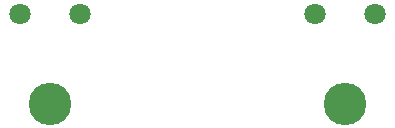
<source format=gbr>
%TF.GenerationSoftware,Altium Limited,Altium Designer,24.10.1 (45)*%
G04 Layer_Color=0*
%FSLAX45Y45*%
%MOMM*%
%TF.SameCoordinates,A6A100A0-8C7F-4B02-B864-72EC464A77B6*%
%TF.FilePolarity,Positive*%
%TF.FileFunction,NonPlated,1,2,NPTH,Drill*%
%TF.Part,Single*%
G01*
G75*
%TA.AperFunction,ComponentDrill*%
%ADD57C,3.60000*%
%ADD58C,1.80000*%
D57*
X1250000Y1575000D02*
D03*
X-1250000Y1575000D02*
D03*
D58*
X1504000Y2337000D02*
D03*
X996000D02*
D03*
X-1504000Y2337000D02*
D03*
X-996000D02*
D03*
%TF.MD5,f758d39c089e6540afef3b484683e988*%
M02*

</source>
